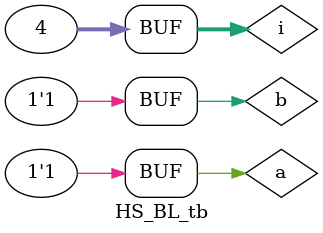
<source format=v>
module HS_BL(B,D,a,b);
    input a,b;
    output B,D;
    
    always @({a,b}) begin
        {B,D} = a - b;
    end
endmodule

module HS_BL_tb;
    reg a,b;
    wire B,D;
    integer i;

    HS_BL inst(B,D,a,b);
    
    initial begin
        $monitor("A=%0b|B=%0b|Borrow=%0b|Diff=%0b", a,b,B,D);
        for(i=0;i<4;i=i+1) begin
            {a,b} = i;
            #10;
        end
    end
endmodule

</source>
